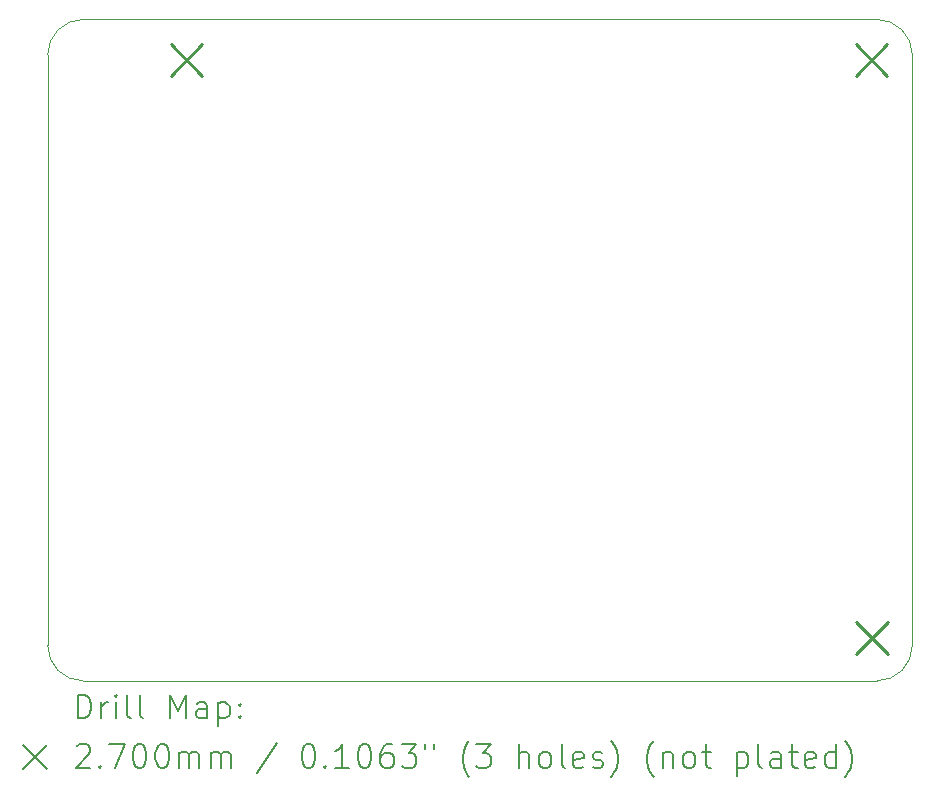
<source format=gbr>
%TF.GenerationSoftware,KiCad,Pcbnew,8.0.3-8.0.3-0~ubuntu23.10.1*%
%TF.CreationDate,2025-08-07T11:46:19-04:00*%
%TF.ProjectId,28mhz_new,32386d68-7a5f-46e6-9577-2e6b69636164,rev?*%
%TF.SameCoordinates,Original*%
%TF.FileFunction,Drillmap*%
%TF.FilePolarity,Positive*%
%FSLAX45Y45*%
G04 Gerber Fmt 4.5, Leading zero omitted, Abs format (unit mm)*
G04 Created by KiCad (PCBNEW 8.0.3-8.0.3-0~ubuntu23.10.1) date 2025-08-07 11:46:19*
%MOMM*%
%LPD*%
G01*
G04 APERTURE LIST*
%ADD10C,0.100000*%
%ADD11C,0.200000*%
%ADD12C,0.270000*%
G04 APERTURE END LIST*
D10*
X6675000Y-11800000D02*
G75*
G02*
X6375000Y-11500000I0J300000D01*
G01*
X6375000Y-6500000D02*
G75*
G02*
X6675000Y-6200000I300000J0D01*
G01*
X6675000Y-11800000D02*
X13395800Y-11800000D01*
X13695800Y-11500000D02*
X13695800Y-6500000D01*
X13695800Y-11500000D02*
G75*
G02*
X13395800Y-11800000I-300000J0D01*
G01*
X13395800Y-6200000D02*
X6675000Y-6200000D01*
X13395800Y-6200000D02*
G75*
G02*
X13695800Y-6500000I0J-300000D01*
G01*
X6375000Y-6500000D02*
X6375000Y-11500000D01*
D11*
D12*
X7415000Y-6405000D02*
X7685000Y-6675000D01*
X7685000Y-6405000D02*
X7415000Y-6675000D01*
X13215000Y-6405000D02*
X13485000Y-6675000D01*
X13485000Y-6405000D02*
X13215000Y-6675000D01*
X13216000Y-11305000D02*
X13486000Y-11575000D01*
X13486000Y-11305000D02*
X13216000Y-11575000D01*
D11*
X6630777Y-12116484D02*
X6630777Y-11916484D01*
X6630777Y-11916484D02*
X6678396Y-11916484D01*
X6678396Y-11916484D02*
X6706967Y-11926008D01*
X6706967Y-11926008D02*
X6726015Y-11945055D01*
X6726015Y-11945055D02*
X6735539Y-11964103D01*
X6735539Y-11964103D02*
X6745062Y-12002198D01*
X6745062Y-12002198D02*
X6745062Y-12030769D01*
X6745062Y-12030769D02*
X6735539Y-12068865D01*
X6735539Y-12068865D02*
X6726015Y-12087912D01*
X6726015Y-12087912D02*
X6706967Y-12106960D01*
X6706967Y-12106960D02*
X6678396Y-12116484D01*
X6678396Y-12116484D02*
X6630777Y-12116484D01*
X6830777Y-12116484D02*
X6830777Y-11983150D01*
X6830777Y-12021246D02*
X6840301Y-12002198D01*
X6840301Y-12002198D02*
X6849824Y-11992674D01*
X6849824Y-11992674D02*
X6868872Y-11983150D01*
X6868872Y-11983150D02*
X6887920Y-11983150D01*
X6954586Y-12116484D02*
X6954586Y-11983150D01*
X6954586Y-11916484D02*
X6945062Y-11926008D01*
X6945062Y-11926008D02*
X6954586Y-11935531D01*
X6954586Y-11935531D02*
X6964110Y-11926008D01*
X6964110Y-11926008D02*
X6954586Y-11916484D01*
X6954586Y-11916484D02*
X6954586Y-11935531D01*
X7078396Y-12116484D02*
X7059348Y-12106960D01*
X7059348Y-12106960D02*
X7049824Y-12087912D01*
X7049824Y-12087912D02*
X7049824Y-11916484D01*
X7183158Y-12116484D02*
X7164110Y-12106960D01*
X7164110Y-12106960D02*
X7154586Y-12087912D01*
X7154586Y-12087912D02*
X7154586Y-11916484D01*
X7411729Y-12116484D02*
X7411729Y-11916484D01*
X7411729Y-11916484D02*
X7478396Y-12059341D01*
X7478396Y-12059341D02*
X7545062Y-11916484D01*
X7545062Y-11916484D02*
X7545062Y-12116484D01*
X7726015Y-12116484D02*
X7726015Y-12011722D01*
X7726015Y-12011722D02*
X7716491Y-11992674D01*
X7716491Y-11992674D02*
X7697443Y-11983150D01*
X7697443Y-11983150D02*
X7659348Y-11983150D01*
X7659348Y-11983150D02*
X7640301Y-11992674D01*
X7726015Y-12106960D02*
X7706967Y-12116484D01*
X7706967Y-12116484D02*
X7659348Y-12116484D01*
X7659348Y-12116484D02*
X7640301Y-12106960D01*
X7640301Y-12106960D02*
X7630777Y-12087912D01*
X7630777Y-12087912D02*
X7630777Y-12068865D01*
X7630777Y-12068865D02*
X7640301Y-12049817D01*
X7640301Y-12049817D02*
X7659348Y-12040293D01*
X7659348Y-12040293D02*
X7706967Y-12040293D01*
X7706967Y-12040293D02*
X7726015Y-12030769D01*
X7821253Y-11983150D02*
X7821253Y-12183150D01*
X7821253Y-11992674D02*
X7840301Y-11983150D01*
X7840301Y-11983150D02*
X7878396Y-11983150D01*
X7878396Y-11983150D02*
X7897443Y-11992674D01*
X7897443Y-11992674D02*
X7906967Y-12002198D01*
X7906967Y-12002198D02*
X7916491Y-12021246D01*
X7916491Y-12021246D02*
X7916491Y-12078388D01*
X7916491Y-12078388D02*
X7906967Y-12097436D01*
X7906967Y-12097436D02*
X7897443Y-12106960D01*
X7897443Y-12106960D02*
X7878396Y-12116484D01*
X7878396Y-12116484D02*
X7840301Y-12116484D01*
X7840301Y-12116484D02*
X7821253Y-12106960D01*
X8002205Y-12097436D02*
X8011729Y-12106960D01*
X8011729Y-12106960D02*
X8002205Y-12116484D01*
X8002205Y-12116484D02*
X7992682Y-12106960D01*
X7992682Y-12106960D02*
X8002205Y-12097436D01*
X8002205Y-12097436D02*
X8002205Y-12116484D01*
X8002205Y-11992674D02*
X8011729Y-12002198D01*
X8011729Y-12002198D02*
X8002205Y-12011722D01*
X8002205Y-12011722D02*
X7992682Y-12002198D01*
X7992682Y-12002198D02*
X8002205Y-11992674D01*
X8002205Y-11992674D02*
X8002205Y-12011722D01*
X6170000Y-12345000D02*
X6370000Y-12545000D01*
X6370000Y-12345000D02*
X6170000Y-12545000D01*
X6621253Y-12355531D02*
X6630777Y-12346008D01*
X6630777Y-12346008D02*
X6649824Y-12336484D01*
X6649824Y-12336484D02*
X6697443Y-12336484D01*
X6697443Y-12336484D02*
X6716491Y-12346008D01*
X6716491Y-12346008D02*
X6726015Y-12355531D01*
X6726015Y-12355531D02*
X6735539Y-12374579D01*
X6735539Y-12374579D02*
X6735539Y-12393627D01*
X6735539Y-12393627D02*
X6726015Y-12422198D01*
X6726015Y-12422198D02*
X6611729Y-12536484D01*
X6611729Y-12536484D02*
X6735539Y-12536484D01*
X6821253Y-12517436D02*
X6830777Y-12526960D01*
X6830777Y-12526960D02*
X6821253Y-12536484D01*
X6821253Y-12536484D02*
X6811729Y-12526960D01*
X6811729Y-12526960D02*
X6821253Y-12517436D01*
X6821253Y-12517436D02*
X6821253Y-12536484D01*
X6897443Y-12336484D02*
X7030777Y-12336484D01*
X7030777Y-12336484D02*
X6945062Y-12536484D01*
X7145062Y-12336484D02*
X7164110Y-12336484D01*
X7164110Y-12336484D02*
X7183158Y-12346008D01*
X7183158Y-12346008D02*
X7192682Y-12355531D01*
X7192682Y-12355531D02*
X7202205Y-12374579D01*
X7202205Y-12374579D02*
X7211729Y-12412674D01*
X7211729Y-12412674D02*
X7211729Y-12460293D01*
X7211729Y-12460293D02*
X7202205Y-12498388D01*
X7202205Y-12498388D02*
X7192682Y-12517436D01*
X7192682Y-12517436D02*
X7183158Y-12526960D01*
X7183158Y-12526960D02*
X7164110Y-12536484D01*
X7164110Y-12536484D02*
X7145062Y-12536484D01*
X7145062Y-12536484D02*
X7126015Y-12526960D01*
X7126015Y-12526960D02*
X7116491Y-12517436D01*
X7116491Y-12517436D02*
X7106967Y-12498388D01*
X7106967Y-12498388D02*
X7097443Y-12460293D01*
X7097443Y-12460293D02*
X7097443Y-12412674D01*
X7097443Y-12412674D02*
X7106967Y-12374579D01*
X7106967Y-12374579D02*
X7116491Y-12355531D01*
X7116491Y-12355531D02*
X7126015Y-12346008D01*
X7126015Y-12346008D02*
X7145062Y-12336484D01*
X7335539Y-12336484D02*
X7354586Y-12336484D01*
X7354586Y-12336484D02*
X7373634Y-12346008D01*
X7373634Y-12346008D02*
X7383158Y-12355531D01*
X7383158Y-12355531D02*
X7392682Y-12374579D01*
X7392682Y-12374579D02*
X7402205Y-12412674D01*
X7402205Y-12412674D02*
X7402205Y-12460293D01*
X7402205Y-12460293D02*
X7392682Y-12498388D01*
X7392682Y-12498388D02*
X7383158Y-12517436D01*
X7383158Y-12517436D02*
X7373634Y-12526960D01*
X7373634Y-12526960D02*
X7354586Y-12536484D01*
X7354586Y-12536484D02*
X7335539Y-12536484D01*
X7335539Y-12536484D02*
X7316491Y-12526960D01*
X7316491Y-12526960D02*
X7306967Y-12517436D01*
X7306967Y-12517436D02*
X7297443Y-12498388D01*
X7297443Y-12498388D02*
X7287920Y-12460293D01*
X7287920Y-12460293D02*
X7287920Y-12412674D01*
X7287920Y-12412674D02*
X7297443Y-12374579D01*
X7297443Y-12374579D02*
X7306967Y-12355531D01*
X7306967Y-12355531D02*
X7316491Y-12346008D01*
X7316491Y-12346008D02*
X7335539Y-12336484D01*
X7487920Y-12536484D02*
X7487920Y-12403150D01*
X7487920Y-12422198D02*
X7497443Y-12412674D01*
X7497443Y-12412674D02*
X7516491Y-12403150D01*
X7516491Y-12403150D02*
X7545063Y-12403150D01*
X7545063Y-12403150D02*
X7564110Y-12412674D01*
X7564110Y-12412674D02*
X7573634Y-12431722D01*
X7573634Y-12431722D02*
X7573634Y-12536484D01*
X7573634Y-12431722D02*
X7583158Y-12412674D01*
X7583158Y-12412674D02*
X7602205Y-12403150D01*
X7602205Y-12403150D02*
X7630777Y-12403150D01*
X7630777Y-12403150D02*
X7649824Y-12412674D01*
X7649824Y-12412674D02*
X7659348Y-12431722D01*
X7659348Y-12431722D02*
X7659348Y-12536484D01*
X7754586Y-12536484D02*
X7754586Y-12403150D01*
X7754586Y-12422198D02*
X7764110Y-12412674D01*
X7764110Y-12412674D02*
X7783158Y-12403150D01*
X7783158Y-12403150D02*
X7811729Y-12403150D01*
X7811729Y-12403150D02*
X7830777Y-12412674D01*
X7830777Y-12412674D02*
X7840301Y-12431722D01*
X7840301Y-12431722D02*
X7840301Y-12536484D01*
X7840301Y-12431722D02*
X7849824Y-12412674D01*
X7849824Y-12412674D02*
X7868872Y-12403150D01*
X7868872Y-12403150D02*
X7897443Y-12403150D01*
X7897443Y-12403150D02*
X7916491Y-12412674D01*
X7916491Y-12412674D02*
X7926015Y-12431722D01*
X7926015Y-12431722D02*
X7926015Y-12536484D01*
X8316491Y-12326960D02*
X8145063Y-12584103D01*
X8573634Y-12336484D02*
X8592682Y-12336484D01*
X8592682Y-12336484D02*
X8611729Y-12346008D01*
X8611729Y-12346008D02*
X8621253Y-12355531D01*
X8621253Y-12355531D02*
X8630777Y-12374579D01*
X8630777Y-12374579D02*
X8640301Y-12412674D01*
X8640301Y-12412674D02*
X8640301Y-12460293D01*
X8640301Y-12460293D02*
X8630777Y-12498388D01*
X8630777Y-12498388D02*
X8621253Y-12517436D01*
X8621253Y-12517436D02*
X8611729Y-12526960D01*
X8611729Y-12526960D02*
X8592682Y-12536484D01*
X8592682Y-12536484D02*
X8573634Y-12536484D01*
X8573634Y-12536484D02*
X8554587Y-12526960D01*
X8554587Y-12526960D02*
X8545063Y-12517436D01*
X8545063Y-12517436D02*
X8535539Y-12498388D01*
X8535539Y-12498388D02*
X8526015Y-12460293D01*
X8526015Y-12460293D02*
X8526015Y-12412674D01*
X8526015Y-12412674D02*
X8535539Y-12374579D01*
X8535539Y-12374579D02*
X8545063Y-12355531D01*
X8545063Y-12355531D02*
X8554587Y-12346008D01*
X8554587Y-12346008D02*
X8573634Y-12336484D01*
X8726015Y-12517436D02*
X8735539Y-12526960D01*
X8735539Y-12526960D02*
X8726015Y-12536484D01*
X8726015Y-12536484D02*
X8716491Y-12526960D01*
X8716491Y-12526960D02*
X8726015Y-12517436D01*
X8726015Y-12517436D02*
X8726015Y-12536484D01*
X8926015Y-12536484D02*
X8811729Y-12536484D01*
X8868872Y-12536484D02*
X8868872Y-12336484D01*
X8868872Y-12336484D02*
X8849825Y-12365055D01*
X8849825Y-12365055D02*
X8830777Y-12384103D01*
X8830777Y-12384103D02*
X8811729Y-12393627D01*
X9049825Y-12336484D02*
X9068872Y-12336484D01*
X9068872Y-12336484D02*
X9087920Y-12346008D01*
X9087920Y-12346008D02*
X9097444Y-12355531D01*
X9097444Y-12355531D02*
X9106968Y-12374579D01*
X9106968Y-12374579D02*
X9116491Y-12412674D01*
X9116491Y-12412674D02*
X9116491Y-12460293D01*
X9116491Y-12460293D02*
X9106968Y-12498388D01*
X9106968Y-12498388D02*
X9097444Y-12517436D01*
X9097444Y-12517436D02*
X9087920Y-12526960D01*
X9087920Y-12526960D02*
X9068872Y-12536484D01*
X9068872Y-12536484D02*
X9049825Y-12536484D01*
X9049825Y-12536484D02*
X9030777Y-12526960D01*
X9030777Y-12526960D02*
X9021253Y-12517436D01*
X9021253Y-12517436D02*
X9011729Y-12498388D01*
X9011729Y-12498388D02*
X9002206Y-12460293D01*
X9002206Y-12460293D02*
X9002206Y-12412674D01*
X9002206Y-12412674D02*
X9011729Y-12374579D01*
X9011729Y-12374579D02*
X9021253Y-12355531D01*
X9021253Y-12355531D02*
X9030777Y-12346008D01*
X9030777Y-12346008D02*
X9049825Y-12336484D01*
X9287920Y-12336484D02*
X9249825Y-12336484D01*
X9249825Y-12336484D02*
X9230777Y-12346008D01*
X9230777Y-12346008D02*
X9221253Y-12355531D01*
X9221253Y-12355531D02*
X9202206Y-12384103D01*
X9202206Y-12384103D02*
X9192682Y-12422198D01*
X9192682Y-12422198D02*
X9192682Y-12498388D01*
X9192682Y-12498388D02*
X9202206Y-12517436D01*
X9202206Y-12517436D02*
X9211729Y-12526960D01*
X9211729Y-12526960D02*
X9230777Y-12536484D01*
X9230777Y-12536484D02*
X9268872Y-12536484D01*
X9268872Y-12536484D02*
X9287920Y-12526960D01*
X9287920Y-12526960D02*
X9297444Y-12517436D01*
X9297444Y-12517436D02*
X9306968Y-12498388D01*
X9306968Y-12498388D02*
X9306968Y-12450769D01*
X9306968Y-12450769D02*
X9297444Y-12431722D01*
X9297444Y-12431722D02*
X9287920Y-12422198D01*
X9287920Y-12422198D02*
X9268872Y-12412674D01*
X9268872Y-12412674D02*
X9230777Y-12412674D01*
X9230777Y-12412674D02*
X9211729Y-12422198D01*
X9211729Y-12422198D02*
X9202206Y-12431722D01*
X9202206Y-12431722D02*
X9192682Y-12450769D01*
X9373634Y-12336484D02*
X9497444Y-12336484D01*
X9497444Y-12336484D02*
X9430777Y-12412674D01*
X9430777Y-12412674D02*
X9459349Y-12412674D01*
X9459349Y-12412674D02*
X9478396Y-12422198D01*
X9478396Y-12422198D02*
X9487920Y-12431722D01*
X9487920Y-12431722D02*
X9497444Y-12450769D01*
X9497444Y-12450769D02*
X9497444Y-12498388D01*
X9497444Y-12498388D02*
X9487920Y-12517436D01*
X9487920Y-12517436D02*
X9478396Y-12526960D01*
X9478396Y-12526960D02*
X9459349Y-12536484D01*
X9459349Y-12536484D02*
X9402206Y-12536484D01*
X9402206Y-12536484D02*
X9383158Y-12526960D01*
X9383158Y-12526960D02*
X9373634Y-12517436D01*
X9573634Y-12336484D02*
X9573634Y-12374579D01*
X9649825Y-12336484D02*
X9649825Y-12374579D01*
X9945063Y-12612674D02*
X9935539Y-12603150D01*
X9935539Y-12603150D02*
X9916491Y-12574579D01*
X9916491Y-12574579D02*
X9906968Y-12555531D01*
X9906968Y-12555531D02*
X9897444Y-12526960D01*
X9897444Y-12526960D02*
X9887920Y-12479341D01*
X9887920Y-12479341D02*
X9887920Y-12441246D01*
X9887920Y-12441246D02*
X9897444Y-12393627D01*
X9897444Y-12393627D02*
X9906968Y-12365055D01*
X9906968Y-12365055D02*
X9916491Y-12346008D01*
X9916491Y-12346008D02*
X9935539Y-12317436D01*
X9935539Y-12317436D02*
X9945063Y-12307912D01*
X10002206Y-12336484D02*
X10126015Y-12336484D01*
X10126015Y-12336484D02*
X10059349Y-12412674D01*
X10059349Y-12412674D02*
X10087920Y-12412674D01*
X10087920Y-12412674D02*
X10106968Y-12422198D01*
X10106968Y-12422198D02*
X10116491Y-12431722D01*
X10116491Y-12431722D02*
X10126015Y-12450769D01*
X10126015Y-12450769D02*
X10126015Y-12498388D01*
X10126015Y-12498388D02*
X10116491Y-12517436D01*
X10116491Y-12517436D02*
X10106968Y-12526960D01*
X10106968Y-12526960D02*
X10087920Y-12536484D01*
X10087920Y-12536484D02*
X10030777Y-12536484D01*
X10030777Y-12536484D02*
X10011730Y-12526960D01*
X10011730Y-12526960D02*
X10002206Y-12517436D01*
X10364111Y-12536484D02*
X10364111Y-12336484D01*
X10449825Y-12536484D02*
X10449825Y-12431722D01*
X10449825Y-12431722D02*
X10440301Y-12412674D01*
X10440301Y-12412674D02*
X10421253Y-12403150D01*
X10421253Y-12403150D02*
X10392682Y-12403150D01*
X10392682Y-12403150D02*
X10373634Y-12412674D01*
X10373634Y-12412674D02*
X10364111Y-12422198D01*
X10573634Y-12536484D02*
X10554587Y-12526960D01*
X10554587Y-12526960D02*
X10545063Y-12517436D01*
X10545063Y-12517436D02*
X10535539Y-12498388D01*
X10535539Y-12498388D02*
X10535539Y-12441246D01*
X10535539Y-12441246D02*
X10545063Y-12422198D01*
X10545063Y-12422198D02*
X10554587Y-12412674D01*
X10554587Y-12412674D02*
X10573634Y-12403150D01*
X10573634Y-12403150D02*
X10602206Y-12403150D01*
X10602206Y-12403150D02*
X10621253Y-12412674D01*
X10621253Y-12412674D02*
X10630777Y-12422198D01*
X10630777Y-12422198D02*
X10640301Y-12441246D01*
X10640301Y-12441246D02*
X10640301Y-12498388D01*
X10640301Y-12498388D02*
X10630777Y-12517436D01*
X10630777Y-12517436D02*
X10621253Y-12526960D01*
X10621253Y-12526960D02*
X10602206Y-12536484D01*
X10602206Y-12536484D02*
X10573634Y-12536484D01*
X10754587Y-12536484D02*
X10735539Y-12526960D01*
X10735539Y-12526960D02*
X10726015Y-12507912D01*
X10726015Y-12507912D02*
X10726015Y-12336484D01*
X10906968Y-12526960D02*
X10887920Y-12536484D01*
X10887920Y-12536484D02*
X10849825Y-12536484D01*
X10849825Y-12536484D02*
X10830777Y-12526960D01*
X10830777Y-12526960D02*
X10821253Y-12507912D01*
X10821253Y-12507912D02*
X10821253Y-12431722D01*
X10821253Y-12431722D02*
X10830777Y-12412674D01*
X10830777Y-12412674D02*
X10849825Y-12403150D01*
X10849825Y-12403150D02*
X10887920Y-12403150D01*
X10887920Y-12403150D02*
X10906968Y-12412674D01*
X10906968Y-12412674D02*
X10916492Y-12431722D01*
X10916492Y-12431722D02*
X10916492Y-12450769D01*
X10916492Y-12450769D02*
X10821253Y-12469817D01*
X10992682Y-12526960D02*
X11011730Y-12536484D01*
X11011730Y-12536484D02*
X11049825Y-12536484D01*
X11049825Y-12536484D02*
X11068873Y-12526960D01*
X11068873Y-12526960D02*
X11078396Y-12507912D01*
X11078396Y-12507912D02*
X11078396Y-12498388D01*
X11078396Y-12498388D02*
X11068873Y-12479341D01*
X11068873Y-12479341D02*
X11049825Y-12469817D01*
X11049825Y-12469817D02*
X11021253Y-12469817D01*
X11021253Y-12469817D02*
X11002206Y-12460293D01*
X11002206Y-12460293D02*
X10992682Y-12441246D01*
X10992682Y-12441246D02*
X10992682Y-12431722D01*
X10992682Y-12431722D02*
X11002206Y-12412674D01*
X11002206Y-12412674D02*
X11021253Y-12403150D01*
X11021253Y-12403150D02*
X11049825Y-12403150D01*
X11049825Y-12403150D02*
X11068873Y-12412674D01*
X11145063Y-12612674D02*
X11154587Y-12603150D01*
X11154587Y-12603150D02*
X11173634Y-12574579D01*
X11173634Y-12574579D02*
X11183158Y-12555531D01*
X11183158Y-12555531D02*
X11192682Y-12526960D01*
X11192682Y-12526960D02*
X11202206Y-12479341D01*
X11202206Y-12479341D02*
X11202206Y-12441246D01*
X11202206Y-12441246D02*
X11192682Y-12393627D01*
X11192682Y-12393627D02*
X11183158Y-12365055D01*
X11183158Y-12365055D02*
X11173634Y-12346008D01*
X11173634Y-12346008D02*
X11154587Y-12317436D01*
X11154587Y-12317436D02*
X11145063Y-12307912D01*
X11506968Y-12612674D02*
X11497444Y-12603150D01*
X11497444Y-12603150D02*
X11478396Y-12574579D01*
X11478396Y-12574579D02*
X11468872Y-12555531D01*
X11468872Y-12555531D02*
X11459349Y-12526960D01*
X11459349Y-12526960D02*
X11449825Y-12479341D01*
X11449825Y-12479341D02*
X11449825Y-12441246D01*
X11449825Y-12441246D02*
X11459349Y-12393627D01*
X11459349Y-12393627D02*
X11468872Y-12365055D01*
X11468872Y-12365055D02*
X11478396Y-12346008D01*
X11478396Y-12346008D02*
X11497444Y-12317436D01*
X11497444Y-12317436D02*
X11506968Y-12307912D01*
X11583158Y-12403150D02*
X11583158Y-12536484D01*
X11583158Y-12422198D02*
X11592682Y-12412674D01*
X11592682Y-12412674D02*
X11611730Y-12403150D01*
X11611730Y-12403150D02*
X11640301Y-12403150D01*
X11640301Y-12403150D02*
X11659349Y-12412674D01*
X11659349Y-12412674D02*
X11668872Y-12431722D01*
X11668872Y-12431722D02*
X11668872Y-12536484D01*
X11792682Y-12536484D02*
X11773634Y-12526960D01*
X11773634Y-12526960D02*
X11764111Y-12517436D01*
X11764111Y-12517436D02*
X11754587Y-12498388D01*
X11754587Y-12498388D02*
X11754587Y-12441246D01*
X11754587Y-12441246D02*
X11764111Y-12422198D01*
X11764111Y-12422198D02*
X11773634Y-12412674D01*
X11773634Y-12412674D02*
X11792682Y-12403150D01*
X11792682Y-12403150D02*
X11821253Y-12403150D01*
X11821253Y-12403150D02*
X11840301Y-12412674D01*
X11840301Y-12412674D02*
X11849825Y-12422198D01*
X11849825Y-12422198D02*
X11859349Y-12441246D01*
X11859349Y-12441246D02*
X11859349Y-12498388D01*
X11859349Y-12498388D02*
X11849825Y-12517436D01*
X11849825Y-12517436D02*
X11840301Y-12526960D01*
X11840301Y-12526960D02*
X11821253Y-12536484D01*
X11821253Y-12536484D02*
X11792682Y-12536484D01*
X11916492Y-12403150D02*
X11992682Y-12403150D01*
X11945063Y-12336484D02*
X11945063Y-12507912D01*
X11945063Y-12507912D02*
X11954587Y-12526960D01*
X11954587Y-12526960D02*
X11973634Y-12536484D01*
X11973634Y-12536484D02*
X11992682Y-12536484D01*
X12211730Y-12403150D02*
X12211730Y-12603150D01*
X12211730Y-12412674D02*
X12230777Y-12403150D01*
X12230777Y-12403150D02*
X12268873Y-12403150D01*
X12268873Y-12403150D02*
X12287920Y-12412674D01*
X12287920Y-12412674D02*
X12297444Y-12422198D01*
X12297444Y-12422198D02*
X12306968Y-12441246D01*
X12306968Y-12441246D02*
X12306968Y-12498388D01*
X12306968Y-12498388D02*
X12297444Y-12517436D01*
X12297444Y-12517436D02*
X12287920Y-12526960D01*
X12287920Y-12526960D02*
X12268873Y-12536484D01*
X12268873Y-12536484D02*
X12230777Y-12536484D01*
X12230777Y-12536484D02*
X12211730Y-12526960D01*
X12421253Y-12536484D02*
X12402206Y-12526960D01*
X12402206Y-12526960D02*
X12392682Y-12507912D01*
X12392682Y-12507912D02*
X12392682Y-12336484D01*
X12583158Y-12536484D02*
X12583158Y-12431722D01*
X12583158Y-12431722D02*
X12573634Y-12412674D01*
X12573634Y-12412674D02*
X12554587Y-12403150D01*
X12554587Y-12403150D02*
X12516492Y-12403150D01*
X12516492Y-12403150D02*
X12497444Y-12412674D01*
X12583158Y-12526960D02*
X12564111Y-12536484D01*
X12564111Y-12536484D02*
X12516492Y-12536484D01*
X12516492Y-12536484D02*
X12497444Y-12526960D01*
X12497444Y-12526960D02*
X12487920Y-12507912D01*
X12487920Y-12507912D02*
X12487920Y-12488865D01*
X12487920Y-12488865D02*
X12497444Y-12469817D01*
X12497444Y-12469817D02*
X12516492Y-12460293D01*
X12516492Y-12460293D02*
X12564111Y-12460293D01*
X12564111Y-12460293D02*
X12583158Y-12450769D01*
X12649825Y-12403150D02*
X12726015Y-12403150D01*
X12678396Y-12336484D02*
X12678396Y-12507912D01*
X12678396Y-12507912D02*
X12687920Y-12526960D01*
X12687920Y-12526960D02*
X12706968Y-12536484D01*
X12706968Y-12536484D02*
X12726015Y-12536484D01*
X12868873Y-12526960D02*
X12849825Y-12536484D01*
X12849825Y-12536484D02*
X12811730Y-12536484D01*
X12811730Y-12536484D02*
X12792682Y-12526960D01*
X12792682Y-12526960D02*
X12783158Y-12507912D01*
X12783158Y-12507912D02*
X12783158Y-12431722D01*
X12783158Y-12431722D02*
X12792682Y-12412674D01*
X12792682Y-12412674D02*
X12811730Y-12403150D01*
X12811730Y-12403150D02*
X12849825Y-12403150D01*
X12849825Y-12403150D02*
X12868873Y-12412674D01*
X12868873Y-12412674D02*
X12878396Y-12431722D01*
X12878396Y-12431722D02*
X12878396Y-12450769D01*
X12878396Y-12450769D02*
X12783158Y-12469817D01*
X13049825Y-12536484D02*
X13049825Y-12336484D01*
X13049825Y-12526960D02*
X13030777Y-12536484D01*
X13030777Y-12536484D02*
X12992682Y-12536484D01*
X12992682Y-12536484D02*
X12973634Y-12526960D01*
X12973634Y-12526960D02*
X12964111Y-12517436D01*
X12964111Y-12517436D02*
X12954587Y-12498388D01*
X12954587Y-12498388D02*
X12954587Y-12441246D01*
X12954587Y-12441246D02*
X12964111Y-12422198D01*
X12964111Y-12422198D02*
X12973634Y-12412674D01*
X12973634Y-12412674D02*
X12992682Y-12403150D01*
X12992682Y-12403150D02*
X13030777Y-12403150D01*
X13030777Y-12403150D02*
X13049825Y-12412674D01*
X13126015Y-12612674D02*
X13135539Y-12603150D01*
X13135539Y-12603150D02*
X13154587Y-12574579D01*
X13154587Y-12574579D02*
X13164111Y-12555531D01*
X13164111Y-12555531D02*
X13173634Y-12526960D01*
X13173634Y-12526960D02*
X13183158Y-12479341D01*
X13183158Y-12479341D02*
X13183158Y-12441246D01*
X13183158Y-12441246D02*
X13173634Y-12393627D01*
X13173634Y-12393627D02*
X13164111Y-12365055D01*
X13164111Y-12365055D02*
X13154587Y-12346008D01*
X13154587Y-12346008D02*
X13135539Y-12317436D01*
X13135539Y-12317436D02*
X13126015Y-12307912D01*
M02*

</source>
